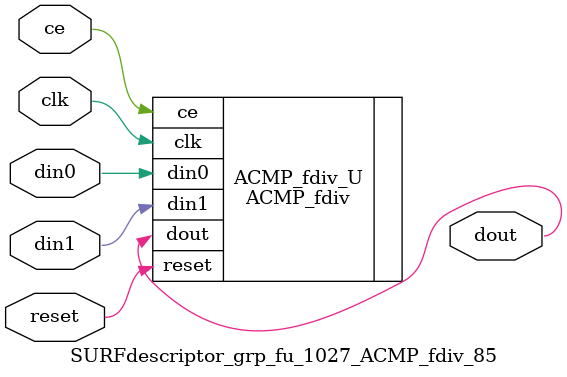
<source format=v>

`timescale 1 ns / 1 ps
module SURFdescriptor_grp_fu_1027_ACMP_fdiv_85(
    clk,
    reset,
    ce,
    din0,
    din1,
    dout);

parameter ID = 32'd1;
parameter NUM_STAGE = 32'd1;
parameter din0_WIDTH = 32'd1;
parameter din1_WIDTH = 32'd1;
parameter dout_WIDTH = 32'd1;
input clk;
input reset;
input ce;
input[din0_WIDTH - 1:0] din0;
input[din1_WIDTH - 1:0] din1;
output[dout_WIDTH - 1:0] dout;



ACMP_fdiv #(
.ID( ID ),
.NUM_STAGE( 10 ),
.din0_WIDTH( din0_WIDTH ),
.din1_WIDTH( din1_WIDTH ),
.dout_WIDTH( dout_WIDTH ))
ACMP_fdiv_U(
    .clk( clk ),
    .reset( reset ),
    .ce( ce ),
    .din0( din0 ),
    .din1( din1 ),
    .dout( dout ));

endmodule

</source>
